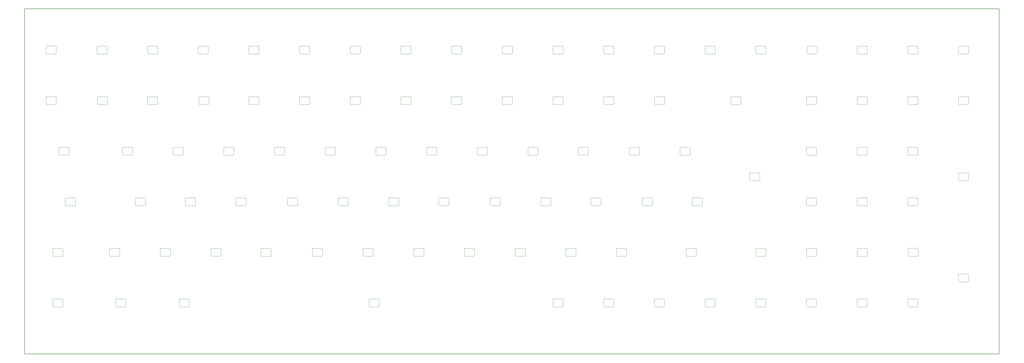
<source format=gbr>
%TF.GenerationSoftware,KiCad,Pcbnew,8.0.2*%
%TF.CreationDate,2025-01-30T16:21:06+01:00*%
%TF.ProjectId,zigzag,7a69677a-6167-42e6-9b69-6361645f7063,rev?*%
%TF.SameCoordinates,Original*%
%TF.FileFunction,Profile,NP*%
%FSLAX46Y46*%
G04 Gerber Fmt 4.6, Leading zero omitted, Abs format (unit mm)*
G04 Created by KiCad (PCBNEW 8.0.2) date 2025-01-30 16:21:06*
%MOMM*%
%LPD*%
G01*
G04 APERTURE LIST*
%TA.AperFunction,Profile*%
%ADD10C,0.200000*%
%TD*%
%TA.AperFunction,Profile*%
%ADD11C,0.120000*%
%TD*%
G04 APERTURE END LIST*
D10*
X56134000Y-32766000D02*
X422402000Y-32766000D01*
X422402000Y-162814000D01*
X56134000Y-162814000D01*
X56134000Y-32766000D01*
D11*
%TO.C,LED75*%
X330840000Y-49560000D02*
X330840000Y-46960000D01*
X331040000Y-46760000D02*
X334440000Y-46760000D01*
X334440000Y-49760000D02*
X331040000Y-49760000D01*
X334640000Y-46960000D02*
X334640000Y-49560000D01*
X330840000Y-46960000D02*
G75*
G02*
X331040000Y-46760000I200000J0D01*
G01*
X331040000Y-49760000D02*
G75*
G02*
X330840000Y-49560000I0J200000D01*
G01*
X334440000Y-46760000D02*
G75*
G02*
X334640000Y-46960000I-1J-200001D01*
G01*
X334640000Y-49560000D02*
G75*
G02*
X334440000Y-49760000I-200001J1D01*
G01*
%TO.C,LED55*%
X245242000Y-87660000D02*
X245242000Y-85060000D01*
X245442000Y-84860000D02*
X248842000Y-84860000D01*
X248842000Y-87860000D02*
X245442000Y-87860000D01*
X249042000Y-85060000D02*
X249042000Y-87660000D01*
X245242000Y-85060000D02*
G75*
G02*
X245442000Y-84860000I200000J0D01*
G01*
X245442000Y-87860000D02*
G75*
G02*
X245242000Y-87660000I0J200000D01*
G01*
X248842000Y-84860000D02*
G75*
G02*
X249042000Y-85060000I-1J-200001D01*
G01*
X249042000Y-87660000D02*
G75*
G02*
X248842000Y-87860000I-200001J1D01*
G01*
%TO.C,LED1*%
X64140000Y-49548000D02*
X64140000Y-46948000D01*
X64340000Y-46748000D02*
X67740000Y-46748000D01*
X67740000Y-49748000D02*
X64340000Y-49748000D01*
X67940000Y-46948000D02*
X67940000Y-49548000D01*
X64140000Y-46948000D02*
G75*
G02*
X64340000Y-46748000I200000J0D01*
G01*
X64340000Y-49748000D02*
G75*
G02*
X64140000Y-49548000I0J200000D01*
G01*
X67740000Y-46748000D02*
G75*
G02*
X67940000Y-46948000I-1J-200001D01*
G01*
X67940000Y-49548000D02*
G75*
G02*
X67740000Y-49748000I-200001J1D01*
G01*
%TO.C,LED7*%
X83309000Y-49572000D02*
X83309000Y-46972000D01*
X83509000Y-46772000D02*
X86909000Y-46772000D01*
X86909000Y-49772000D02*
X83509000Y-49772000D01*
X87109000Y-46972000D02*
X87109000Y-49572000D01*
X83309000Y-46972000D02*
G75*
G02*
X83509000Y-46772000I200000J0D01*
G01*
X83509000Y-49772000D02*
G75*
G02*
X83309000Y-49572000I0J200000D01*
G01*
X86909000Y-46772000D02*
G75*
G02*
X87109000Y-46972000I-1J-200001D01*
G01*
X87109000Y-49572000D02*
G75*
G02*
X86909000Y-49772000I-200001J1D01*
G01*
%TO.C,LED14*%
X97668000Y-106710000D02*
X97668000Y-104110000D01*
X97868000Y-103910000D02*
X101268000Y-103910000D01*
X101268000Y-106910000D02*
X97868000Y-106910000D01*
X101468000Y-104110000D02*
X101468000Y-106710000D01*
X97668000Y-104110000D02*
G75*
G02*
X97868000Y-103910000I200000J0D01*
G01*
X97868000Y-106910000D02*
G75*
G02*
X97668000Y-106710000I0J200000D01*
G01*
X101268000Y-103910000D02*
G75*
G02*
X101468000Y-104110000I-1J-200001D01*
G01*
X101468000Y-106710000D02*
G75*
G02*
X101268000Y-106910000I-200001J1D01*
G01*
%TO.C,LED15*%
X107066000Y-125760000D02*
X107066000Y-123160000D01*
X107266000Y-122960000D02*
X110666000Y-122960000D01*
X110666000Y-125960000D02*
X107266000Y-125960000D01*
X110866000Y-123160000D02*
X110866000Y-125760000D01*
X107066000Y-123160000D02*
G75*
G02*
X107266000Y-122960000I200000J0D01*
G01*
X107266000Y-125960000D02*
G75*
G02*
X107066000Y-125760000I0J200000D01*
G01*
X110666000Y-122960000D02*
G75*
G02*
X110866000Y-123160000I-1J-200001D01*
G01*
X110866000Y-125760000D02*
G75*
G02*
X110666000Y-125960000I-200001J1D01*
G01*
%TO.C,LED47*%
X221366000Y-125760000D02*
X221366000Y-123160000D01*
X221566000Y-122960000D02*
X224966000Y-122960000D01*
X224966000Y-125960000D02*
X221566000Y-125960000D01*
X225166000Y-123160000D02*
X225166000Y-125760000D01*
X221366000Y-123160000D02*
G75*
G02*
X221566000Y-122960000I200000J0D01*
G01*
X221566000Y-125960000D02*
G75*
G02*
X221366000Y-125760000I0J200000D01*
G01*
X224966000Y-122960000D02*
G75*
G02*
X225166000Y-123160000I-1J-200001D01*
G01*
X225166000Y-125760000D02*
G75*
G02*
X224966000Y-125960000I-200001J1D01*
G01*
%TO.C,LED50*%
X226192000Y-87660000D02*
X226192000Y-85060000D01*
X226392000Y-84860000D02*
X229792000Y-84860000D01*
X229792000Y-87860000D02*
X226392000Y-87860000D01*
X229992000Y-85060000D02*
X229992000Y-87660000D01*
X226192000Y-85060000D02*
G75*
G02*
X226392000Y-84860000I200000J0D01*
G01*
X226392000Y-87860000D02*
G75*
G02*
X226192000Y-87660000I0J200000D01*
G01*
X229792000Y-84860000D02*
G75*
G02*
X229992000Y-85060000I-1J-200001D01*
G01*
X229992000Y-87660000D02*
G75*
G02*
X229792000Y-87860000I-200001J1D01*
G01*
%TO.C,LED70*%
X311790000Y-49560000D02*
X311790000Y-46960000D01*
X311990000Y-46760000D02*
X315390000Y-46760000D01*
X315390000Y-49760000D02*
X311990000Y-49760000D01*
X315590000Y-46960000D02*
X315590000Y-49560000D01*
X311790000Y-46960000D02*
G75*
G02*
X311990000Y-46760000I200000J0D01*
G01*
X311990000Y-49760000D02*
G75*
G02*
X311790000Y-49560000I0J200000D01*
G01*
X315390000Y-46760000D02*
G75*
G02*
X315590000Y-46960000I-1J-200001D01*
G01*
X315590000Y-49560000D02*
G75*
G02*
X315390000Y-49760000I-200001J1D01*
G01*
%TO.C,LED42*%
X202316000Y-125760000D02*
X202316000Y-123160000D01*
X202516000Y-122960000D02*
X205916000Y-122960000D01*
X205916000Y-125960000D02*
X202516000Y-125960000D01*
X206116000Y-123160000D02*
X206116000Y-125760000D01*
X202316000Y-123160000D02*
G75*
G02*
X202516000Y-122960000I200000J0D01*
G01*
X202516000Y-125960000D02*
G75*
G02*
X202316000Y-125760000I0J200000D01*
G01*
X205916000Y-122960000D02*
G75*
G02*
X206116000Y-123160000I-1J-200001D01*
G01*
X206116000Y-125760000D02*
G75*
G02*
X205916000Y-125960000I-200001J1D01*
G01*
%TO.C,LED69*%
X292740000Y-144810000D02*
X292740000Y-142210000D01*
X292940000Y-142010000D02*
X296340000Y-142010000D01*
X296340000Y-145010000D02*
X292940000Y-145010000D01*
X296540000Y-142210000D02*
X296540000Y-144810000D01*
X292740000Y-142210000D02*
G75*
G02*
X292940000Y-142010000I200000J0D01*
G01*
X292940000Y-145010000D02*
G75*
G02*
X292740000Y-144810000I0J200000D01*
G01*
X296340000Y-142010000D02*
G75*
G02*
X296540000Y-142210000I-1J-200001D01*
G01*
X296540000Y-144810000D02*
G75*
G02*
X296340000Y-145010000I-200001J1D01*
G01*
%TO.C,LED44*%
X216540000Y-68610000D02*
X216540000Y-66010000D01*
X216740000Y-65810000D02*
X220140000Y-65810000D01*
X220140000Y-68810000D02*
X216740000Y-68810000D01*
X220340000Y-66010000D02*
X220340000Y-68610000D01*
X216540000Y-66010000D02*
G75*
G02*
X216740000Y-65810000I200000J0D01*
G01*
X216740000Y-68810000D02*
G75*
G02*
X216540000Y-68610000I0J200000D01*
G01*
X220140000Y-65810000D02*
G75*
G02*
X220340000Y-66010000I-1J-200001D01*
G01*
X220340000Y-68610000D02*
G75*
G02*
X220140000Y-68810000I-200001J1D01*
G01*
%TO.C,LED56*%
X250068000Y-106710000D02*
X250068000Y-104110000D01*
X250268000Y-103910000D02*
X253668000Y-103910000D01*
X253668000Y-106910000D02*
X250268000Y-106910000D01*
X253868000Y-104110000D02*
X253868000Y-106710000D01*
X250068000Y-104110000D02*
G75*
G02*
X250268000Y-103910000I200000J0D01*
G01*
X250268000Y-106910000D02*
G75*
G02*
X250068000Y-106710000I0J200000D01*
G01*
X253668000Y-103910000D02*
G75*
G02*
X253868000Y-104110000I-1J-200001D01*
G01*
X253868000Y-106710000D02*
G75*
G02*
X253668000Y-106910000I-200001J1D01*
G01*
%TO.C,LED87*%
X368940000Y-68610000D02*
X368940000Y-66010000D01*
X369140000Y-65810000D02*
X372540000Y-65810000D01*
X372540000Y-68810000D02*
X369140000Y-68810000D01*
X372740000Y-66010000D02*
X372740000Y-68610000D01*
X368940000Y-66010000D02*
G75*
G02*
X369140000Y-65810000I200000J0D01*
G01*
X369140000Y-68810000D02*
G75*
G02*
X368940000Y-68610000I0J200000D01*
G01*
X372540000Y-65810000D02*
G75*
G02*
X372740000Y-66010000I-1J-200001D01*
G01*
X372740000Y-68610000D02*
G75*
G02*
X372540000Y-68810000I-200001J1D01*
G01*
%TO.C,LED39*%
X197490000Y-68610000D02*
X197490000Y-66010000D01*
X197690000Y-65810000D02*
X201090000Y-65810000D01*
X201090000Y-68810000D02*
X197690000Y-68810000D01*
X201290000Y-66010000D02*
X201290000Y-68610000D01*
X197490000Y-66010000D02*
G75*
G02*
X197690000Y-65810000I200000J0D01*
G01*
X197690000Y-68810000D02*
G75*
G02*
X197490000Y-68610000I0J200000D01*
G01*
X201090000Y-65810000D02*
G75*
G02*
X201290000Y-66010000I-1J-200001D01*
G01*
X201290000Y-68610000D02*
G75*
G02*
X201090000Y-68810000I-200001J1D01*
G01*
%TO.C,LED29*%
X149992000Y-87660000D02*
X149992000Y-85060000D01*
X150192000Y-84860000D02*
X153592000Y-84860000D01*
X153592000Y-87860000D02*
X150192000Y-87860000D01*
X153792000Y-85060000D02*
X153792000Y-87660000D01*
X149992000Y-85060000D02*
G75*
G02*
X150192000Y-84860000I200000J0D01*
G01*
X150192000Y-87860000D02*
G75*
G02*
X149992000Y-87660000I0J200000D01*
G01*
X153592000Y-84860000D02*
G75*
G02*
X153792000Y-85060000I-1J-200001D01*
G01*
X153792000Y-87660000D02*
G75*
G02*
X153592000Y-87860000I-200001J1D01*
G01*
%TO.C,LED72*%
X306964000Y-106710000D02*
X306964000Y-104110000D01*
X307164000Y-103910000D02*
X310564000Y-103910000D01*
X310564000Y-106910000D02*
X307164000Y-106910000D01*
X310764000Y-104110000D02*
X310764000Y-106710000D01*
X306964000Y-104110000D02*
G75*
G02*
X307164000Y-103910000I200000J0D01*
G01*
X307164000Y-106910000D02*
G75*
G02*
X306964000Y-106710000I0J200000D01*
G01*
X310564000Y-103910000D02*
G75*
G02*
X310764000Y-104110000I-1J-200001D01*
G01*
X310764000Y-106710000D02*
G75*
G02*
X310564000Y-106910000I-200001J1D01*
G01*
%TO.C,LED21*%
X114178000Y-144810000D02*
X114178000Y-142210000D01*
X114378000Y-142010000D02*
X117778000Y-142010000D01*
X117778000Y-145010000D02*
X114378000Y-145010000D01*
X117978000Y-142210000D02*
X117978000Y-144810000D01*
X114178000Y-142210000D02*
G75*
G02*
X114378000Y-142010000I200000J0D01*
G01*
X114378000Y-145010000D02*
G75*
G02*
X114178000Y-144810000I0J200000D01*
G01*
X117778000Y-142010000D02*
G75*
G02*
X117978000Y-142210000I-1J-200001D01*
G01*
X117978000Y-144810000D02*
G75*
G02*
X117778000Y-145010000I-200001J1D01*
G01*
%TO.C,LED85*%
X349890000Y-144810000D02*
X349890000Y-142210000D01*
X350090000Y-142010000D02*
X353490000Y-142010000D01*
X353490000Y-145010000D02*
X350090000Y-145010000D01*
X353690000Y-142210000D02*
X353690000Y-144810000D01*
X349890000Y-142210000D02*
G75*
G02*
X350090000Y-142010000I200000J0D01*
G01*
X350090000Y-145010000D02*
G75*
G02*
X349890000Y-144810000I0J200000D01*
G01*
X353490000Y-142010000D02*
G75*
G02*
X353690000Y-142210000I-1J-200001D01*
G01*
X353690000Y-144810000D02*
G75*
G02*
X353490000Y-145010000I-200001J1D01*
G01*
%TO.C,LED16*%
X121290000Y-49560000D02*
X121290000Y-46960000D01*
X121490000Y-46760000D02*
X124890000Y-46760000D01*
X124890000Y-49760000D02*
X121490000Y-49760000D01*
X125090000Y-46960000D02*
X125090000Y-49560000D01*
X121290000Y-46960000D02*
G75*
G02*
X121490000Y-46760000I200000J0D01*
G01*
X121490000Y-49760000D02*
G75*
G02*
X121290000Y-49560000I0J200000D01*
G01*
X124890000Y-46760000D02*
G75*
G02*
X125090000Y-46960000I-1J-200001D01*
G01*
X125090000Y-49560000D02*
G75*
G02*
X124890000Y-49760000I-200001J1D01*
G01*
%TO.C,LED30*%
X154818000Y-106710000D02*
X154818000Y-104110000D01*
X155018000Y-103910000D02*
X158418000Y-103910000D01*
X158418000Y-106910000D02*
X155018000Y-106910000D01*
X158618000Y-104110000D02*
X158618000Y-106710000D01*
X154818000Y-104110000D02*
G75*
G02*
X155018000Y-103910000I200000J0D01*
G01*
X155018000Y-106910000D02*
G75*
G02*
X154818000Y-106710000I0J200000D01*
G01*
X158418000Y-103910000D02*
G75*
G02*
X158618000Y-104110000I-1J-200001D01*
G01*
X158618000Y-106710000D02*
G75*
G02*
X158418000Y-106910000I-200001J1D01*
G01*
%TO.C,LED74*%
X311790000Y-144810000D02*
X311790000Y-142210000D01*
X311990000Y-142010000D02*
X315390000Y-142010000D01*
X315390000Y-145010000D02*
X311990000Y-145010000D01*
X315590000Y-142210000D02*
X315590000Y-144810000D01*
X311790000Y-142210000D02*
G75*
G02*
X311990000Y-142010000I200000J0D01*
G01*
X311990000Y-145010000D02*
G75*
G02*
X311790000Y-144810000I0J200000D01*
G01*
X315390000Y-142010000D02*
G75*
G02*
X315590000Y-142210000I-1J-200001D01*
G01*
X315590000Y-144810000D02*
G75*
G02*
X315390000Y-145010000I-200001J1D01*
G01*
%TO.C,LED24*%
X130942000Y-87660000D02*
X130942000Y-85060000D01*
X131142000Y-84860000D02*
X134542000Y-84860000D01*
X134542000Y-87860000D02*
X131142000Y-87860000D01*
X134742000Y-85060000D02*
X134742000Y-87660000D01*
X130942000Y-85060000D02*
G75*
G02*
X131142000Y-84860000I200000J0D01*
G01*
X131142000Y-87860000D02*
G75*
G02*
X130942000Y-87660000I0J200000D01*
G01*
X134542000Y-84860000D02*
G75*
G02*
X134742000Y-85060000I-1J-200001D01*
G01*
X134742000Y-87660000D02*
G75*
G02*
X134542000Y-87860000I-200001J1D01*
G01*
%TO.C,LED80*%
X350144000Y-49560000D02*
X350144000Y-46960000D01*
X350344000Y-46760000D02*
X353744000Y-46760000D01*
X353744000Y-49760000D02*
X350344000Y-49760000D01*
X353944000Y-46960000D02*
X353944000Y-49560000D01*
X350144000Y-46960000D02*
G75*
G02*
X350344000Y-46760000I200000J0D01*
G01*
X350344000Y-49760000D02*
G75*
G02*
X350144000Y-49560000I0J200000D01*
G01*
X353744000Y-46760000D02*
G75*
G02*
X353944000Y-46960000I-1J-200001D01*
G01*
X353944000Y-49560000D02*
G75*
G02*
X353744000Y-49760000I-200001J1D01*
G01*
%TO.C,LED3*%
X68966000Y-87672000D02*
X68966000Y-85072000D01*
X69166000Y-84872000D02*
X72566000Y-84872000D01*
X72566000Y-87872000D02*
X69166000Y-87872000D01*
X72766000Y-85072000D02*
X72766000Y-87672000D01*
X68966000Y-85072000D02*
G75*
G02*
X69166000Y-84872000I200000J0D01*
G01*
X69166000Y-87872000D02*
G75*
G02*
X68966000Y-87672000I0J200000D01*
G01*
X72566000Y-84872000D02*
G75*
G02*
X72766000Y-85072000I-1J-200001D01*
G01*
X72766000Y-87672000D02*
G75*
G02*
X72566000Y-87872000I-200001J1D01*
G01*
%TO.C,LED19*%
X116464000Y-106710000D02*
X116464000Y-104110000D01*
X116664000Y-103910000D02*
X120064000Y-103910000D01*
X120064000Y-106910000D02*
X116664000Y-106910000D01*
X120264000Y-104110000D02*
X120264000Y-106710000D01*
X116464000Y-104110000D02*
G75*
G02*
X116664000Y-103910000I200000J0D01*
G01*
X116664000Y-106910000D02*
G75*
G02*
X116464000Y-106710000I0J200000D01*
G01*
X120064000Y-103910000D02*
G75*
G02*
X120264000Y-104110000I-1J-200001D01*
G01*
X120264000Y-106710000D02*
G75*
G02*
X120064000Y-106910000I-200001J1D01*
G01*
%TO.C,LED84*%
X349890000Y-125760000D02*
X349890000Y-123160000D01*
X350090000Y-122960000D02*
X353490000Y-122960000D01*
X353490000Y-125960000D02*
X350090000Y-125960000D01*
X353690000Y-123160000D02*
X353690000Y-125760000D01*
X349890000Y-123160000D02*
G75*
G02*
X350090000Y-122960000I200000J0D01*
G01*
X350090000Y-125960000D02*
G75*
G02*
X349890000Y-125760000I0J200000D01*
G01*
X353490000Y-122960000D02*
G75*
G02*
X353690000Y-123160000I-1J-200001D01*
G01*
X353690000Y-125760000D02*
G75*
G02*
X353490000Y-125960000I-200001J1D01*
G01*
%TO.C,LED53*%
X254640000Y-49560000D02*
X254640000Y-46960000D01*
X254840000Y-46760000D02*
X258240000Y-46760000D01*
X258240000Y-49760000D02*
X254840000Y-49760000D01*
X258440000Y-46960000D02*
X258440000Y-49560000D01*
X254640000Y-46960000D02*
G75*
G02*
X254840000Y-46760000I200000J0D01*
G01*
X254840000Y-49760000D02*
G75*
G02*
X254640000Y-49560000I0J200000D01*
G01*
X258240000Y-46760000D02*
G75*
G02*
X258440000Y-46960000I-1J-200001D01*
G01*
X258440000Y-49560000D02*
G75*
G02*
X258240000Y-49760000I-200001J1D01*
G01*
%TO.C,LED23*%
X140340000Y-68610000D02*
X140340000Y-66010000D01*
X140540000Y-65810000D02*
X143940000Y-65810000D01*
X143940000Y-68810000D02*
X140540000Y-68810000D01*
X144140000Y-66010000D02*
X144140000Y-68610000D01*
X140340000Y-66010000D02*
G75*
G02*
X140540000Y-65810000I200000J0D01*
G01*
X140540000Y-68810000D02*
G75*
G02*
X140340000Y-68610000I0J200000D01*
G01*
X143940000Y-65810000D02*
G75*
G02*
X144140000Y-66010000I-1J-200001D01*
G01*
X144140000Y-68610000D02*
G75*
G02*
X143940000Y-68810000I-200001J1D01*
G01*
%TO.C,LED73*%
X304678000Y-125760000D02*
X304678000Y-123160000D01*
X304878000Y-122960000D02*
X308278000Y-122960000D01*
X308278000Y-125960000D02*
X304878000Y-125960000D01*
X308478000Y-123160000D02*
X308478000Y-125760000D01*
X304678000Y-123160000D02*
G75*
G02*
X304878000Y-122960000I200000J0D01*
G01*
X304878000Y-125960000D02*
G75*
G02*
X304678000Y-125760000I0J200000D01*
G01*
X308278000Y-122960000D02*
G75*
G02*
X308478000Y-123160000I-1J-200001D01*
G01*
X308478000Y-125760000D02*
G75*
G02*
X308278000Y-125960000I-200001J1D01*
G01*
%TO.C,LED51*%
X231018000Y-106710000D02*
X231018000Y-104110000D01*
X231218000Y-103910000D02*
X234618000Y-103910000D01*
X234618000Y-106910000D02*
X231218000Y-106910000D01*
X234818000Y-104110000D02*
X234818000Y-106710000D01*
X231018000Y-104110000D02*
G75*
G02*
X231218000Y-103910000I200000J0D01*
G01*
X231218000Y-106910000D02*
G75*
G02*
X231018000Y-106710000I0J200000D01*
G01*
X234618000Y-103910000D02*
G75*
G02*
X234818000Y-104110000I-1J-200001D01*
G01*
X234818000Y-106710000D02*
G75*
G02*
X234618000Y-106910000I-200001J1D01*
G01*
%TO.C,LED34*%
X169042000Y-87660000D02*
X169042000Y-85060000D01*
X169242000Y-84860000D02*
X172642000Y-84860000D01*
X172642000Y-87860000D02*
X169242000Y-87860000D01*
X172842000Y-85060000D02*
X172842000Y-87660000D01*
X169042000Y-85060000D02*
G75*
G02*
X169242000Y-84860000I200000J0D01*
G01*
X169242000Y-87860000D02*
G75*
G02*
X169042000Y-87660000I0J200000D01*
G01*
X172642000Y-84860000D02*
G75*
G02*
X172842000Y-85060000I-1J-200001D01*
G01*
X172842000Y-87660000D02*
G75*
G02*
X172642000Y-87860000I-200001J1D01*
G01*
%TO.C,LED95*%
X387990000Y-106710000D02*
X387990000Y-104110000D01*
X388190000Y-103910000D02*
X391590000Y-103910000D01*
X391590000Y-106910000D02*
X388190000Y-106910000D01*
X391790000Y-104110000D02*
X391790000Y-106710000D01*
X387990000Y-104110000D02*
G75*
G02*
X388190000Y-103910000I200000J0D01*
G01*
X388190000Y-106910000D02*
G75*
G02*
X387990000Y-106710000I0J200000D01*
G01*
X391590000Y-103910000D02*
G75*
G02*
X391790000Y-104110000I-1J-200001D01*
G01*
X391790000Y-106710000D02*
G75*
G02*
X391590000Y-106910000I-200001J1D01*
G01*
%TO.C,LED37*%
X185552000Y-144810000D02*
X185552000Y-142210000D01*
X185752000Y-142010000D02*
X189152000Y-142010000D01*
X189152000Y-145010000D02*
X185752000Y-145010000D01*
X189352000Y-142210000D02*
X189352000Y-144810000D01*
X185552000Y-142210000D02*
G75*
G02*
X185752000Y-142010000I200000J0D01*
G01*
X185752000Y-145010000D02*
G75*
G02*
X185552000Y-144810000I0J200000D01*
G01*
X189152000Y-142010000D02*
G75*
G02*
X189352000Y-142210000I-1J-200001D01*
G01*
X189352000Y-144810000D02*
G75*
G02*
X189152000Y-145010000I-200001J1D01*
G01*
%TO.C,LED57*%
X259466000Y-125760000D02*
X259466000Y-123160000D01*
X259666000Y-122960000D02*
X263066000Y-122960000D01*
X263066000Y-125960000D02*
X259666000Y-125960000D01*
X263266000Y-123160000D02*
X263266000Y-125760000D01*
X259466000Y-123160000D02*
G75*
G02*
X259666000Y-122960000I200000J0D01*
G01*
X259666000Y-125960000D02*
G75*
G02*
X259466000Y-125760000I0J200000D01*
G01*
X263066000Y-122960000D02*
G75*
G02*
X263266000Y-123160000I-1J-200001D01*
G01*
X263266000Y-125760000D02*
G75*
G02*
X263066000Y-125960000I-200001J1D01*
G01*
%TO.C,LED78*%
X330840000Y-125760000D02*
X330840000Y-123160000D01*
X331040000Y-122960000D02*
X334440000Y-122960000D01*
X334440000Y-125960000D02*
X331040000Y-125960000D01*
X334640000Y-123160000D02*
X334640000Y-125760000D01*
X330840000Y-123160000D02*
G75*
G02*
X331040000Y-122960000I200000J0D01*
G01*
X331040000Y-125960000D02*
G75*
G02*
X330840000Y-125760000I0J200000D01*
G01*
X334440000Y-122960000D02*
G75*
G02*
X334640000Y-123160000I-1J-200001D01*
G01*
X334640000Y-125760000D02*
G75*
G02*
X334440000Y-125960000I-200001J1D01*
G01*
%TO.C,LED4*%
X71371000Y-106722000D02*
X71371000Y-104122000D01*
X71571000Y-103922000D02*
X74971000Y-103922000D01*
X74971000Y-106922000D02*
X71571000Y-106922000D01*
X75171000Y-104122000D02*
X75171000Y-106722000D01*
X71371000Y-104122000D02*
G75*
G02*
X71571000Y-103922000I200000J0D01*
G01*
X71571000Y-106922000D02*
G75*
G02*
X71371000Y-106722000I0J200000D01*
G01*
X74971000Y-103922000D02*
G75*
G02*
X75171000Y-104122000I-1J-200001D01*
G01*
X75171000Y-106722000D02*
G75*
G02*
X74971000Y-106922000I-200001J1D01*
G01*
%TO.C,LED97*%
X387990000Y-144810000D02*
X387990000Y-142210000D01*
X388190000Y-142010000D02*
X391590000Y-142010000D01*
X391590000Y-145010000D02*
X388190000Y-145010000D01*
X391790000Y-142210000D02*
X391790000Y-144810000D01*
X387990000Y-142210000D02*
G75*
G02*
X388190000Y-142010000I200000J0D01*
G01*
X388190000Y-145010000D02*
G75*
G02*
X387990000Y-144810000I0J200000D01*
G01*
X391590000Y-142010000D02*
G75*
G02*
X391790000Y-142210000I-1J-200001D01*
G01*
X391790000Y-144810000D02*
G75*
G02*
X391590000Y-145010000I-200001J1D01*
G01*
%TO.C,LED41*%
X192918000Y-106710000D02*
X192918000Y-104110000D01*
X193118000Y-103910000D02*
X196518000Y-103910000D01*
X196518000Y-106910000D02*
X193118000Y-106910000D01*
X196718000Y-104110000D02*
X196718000Y-106710000D01*
X192918000Y-104110000D02*
G75*
G02*
X193118000Y-103910000I200000J0D01*
G01*
X193118000Y-106910000D02*
G75*
G02*
X192918000Y-106710000I0J200000D01*
G01*
X196518000Y-103910000D02*
G75*
G02*
X196718000Y-104110000I-1J-200001D01*
G01*
X196718000Y-106710000D02*
G75*
G02*
X196518000Y-106910000I-200001J1D01*
G01*
%TO.C,LED31*%
X164216000Y-125760000D02*
X164216000Y-123160000D01*
X164416000Y-122960000D02*
X167816000Y-122960000D01*
X167816000Y-125960000D02*
X164416000Y-125960000D01*
X168016000Y-123160000D02*
X168016000Y-125760000D01*
X164216000Y-123160000D02*
G75*
G02*
X164416000Y-122960000I200000J0D01*
G01*
X164416000Y-125960000D02*
G75*
G02*
X164216000Y-125760000I0J200000D01*
G01*
X167816000Y-122960000D02*
G75*
G02*
X168016000Y-123160000I-1J-200001D01*
G01*
X168016000Y-125760000D02*
G75*
G02*
X167816000Y-125960000I-200001J1D01*
G01*
%TO.C,LED11*%
X102359000Y-49572000D02*
X102359000Y-46972000D01*
X102559000Y-46772000D02*
X105959000Y-46772000D01*
X105959000Y-49772000D02*
X102559000Y-49772000D01*
X106159000Y-46972000D02*
X106159000Y-49572000D01*
X102359000Y-46972000D02*
G75*
G02*
X102559000Y-46772000I200000J0D01*
G01*
X102559000Y-49772000D02*
G75*
G02*
X102359000Y-49572000I0J200000D01*
G01*
X105959000Y-46772000D02*
G75*
G02*
X106159000Y-46972000I-1J-200001D01*
G01*
X106159000Y-49572000D02*
G75*
G02*
X105959000Y-49772000I-200001J1D01*
G01*
%TO.C,LED82*%
X349890000Y-87660000D02*
X349890000Y-85060000D01*
X350090000Y-84860000D02*
X353490000Y-84860000D01*
X353490000Y-87860000D02*
X350090000Y-87860000D01*
X353690000Y-85060000D02*
X353690000Y-87660000D01*
X349890000Y-85060000D02*
G75*
G02*
X350090000Y-84860000I200000J0D01*
G01*
X350090000Y-87860000D02*
G75*
G02*
X349890000Y-87660000I0J200000D01*
G01*
X353490000Y-84860000D02*
G75*
G02*
X353690000Y-85060000I-1J-200001D01*
G01*
X353690000Y-87660000D02*
G75*
G02*
X353490000Y-87860000I-200001J1D01*
G01*
%TO.C,LED100*%
X407040000Y-97312000D02*
X407040000Y-94712000D01*
X407240000Y-94512000D02*
X410640000Y-94512000D01*
X410640000Y-97512000D02*
X407240000Y-97512000D01*
X410840000Y-94712000D02*
X410840000Y-97312000D01*
X407040000Y-94712000D02*
G75*
G02*
X407240000Y-94512000I200000J0D01*
G01*
X407240000Y-97512000D02*
G75*
G02*
X407040000Y-97312000I0J200000D01*
G01*
X410640000Y-94512000D02*
G75*
G02*
X410840000Y-94712000I-1J-200001D01*
G01*
X410840000Y-97312000D02*
G75*
G02*
X410640000Y-97512000I-200001J1D01*
G01*
%TO.C,LED71*%
X302392000Y-87660000D02*
X302392000Y-85060000D01*
X302592000Y-84860000D02*
X305992000Y-84860000D01*
X305992000Y-87860000D02*
X302592000Y-87860000D01*
X306192000Y-85060000D02*
X306192000Y-87660000D01*
X302392000Y-85060000D02*
G75*
G02*
X302592000Y-84860000I200000J0D01*
G01*
X302592000Y-87860000D02*
G75*
G02*
X302392000Y-87660000I0J200000D01*
G01*
X305992000Y-84860000D02*
G75*
G02*
X306192000Y-85060000I-1J-200001D01*
G01*
X306192000Y-87660000D02*
G75*
G02*
X305992000Y-87860000I-200001J1D01*
G01*
%TO.C,LED86*%
X368940000Y-49560000D02*
X368940000Y-46960000D01*
X369140000Y-46760000D02*
X372540000Y-46760000D01*
X372540000Y-49760000D02*
X369140000Y-49760000D01*
X372740000Y-46960000D02*
X372740000Y-49560000D01*
X368940000Y-46960000D02*
G75*
G02*
X369140000Y-46760000I200000J0D01*
G01*
X369140000Y-49760000D02*
G75*
G02*
X368940000Y-49560000I0J200000D01*
G01*
X372540000Y-46760000D02*
G75*
G02*
X372740000Y-46960000I-1J-200001D01*
G01*
X372740000Y-49560000D02*
G75*
G02*
X372540000Y-49760000I-200001J1D01*
G01*
%TO.C,LED54*%
X254640000Y-68610000D02*
X254640000Y-66010000D01*
X254840000Y-65810000D02*
X258240000Y-65810000D01*
X258240000Y-68810000D02*
X254840000Y-68810000D01*
X258440000Y-66010000D02*
X258440000Y-68610000D01*
X254640000Y-66010000D02*
G75*
G02*
X254840000Y-65810000I200000J0D01*
G01*
X254840000Y-68810000D02*
G75*
G02*
X254640000Y-68610000I0J200000D01*
G01*
X258240000Y-65810000D02*
G75*
G02*
X258440000Y-66010000I-1J-200001D01*
G01*
X258440000Y-68610000D02*
G75*
G02*
X258240000Y-68810000I-200001J1D01*
G01*
%TO.C,LED99*%
X407040000Y-68610000D02*
X407040000Y-66010000D01*
X407240000Y-65810000D02*
X410640000Y-65810000D01*
X410640000Y-68810000D02*
X407240000Y-68810000D01*
X410840000Y-66010000D02*
X410840000Y-68610000D01*
X407040000Y-66010000D02*
G75*
G02*
X407240000Y-65810000I200000J0D01*
G01*
X407240000Y-68810000D02*
G75*
G02*
X407040000Y-68610000I0J200000D01*
G01*
X410640000Y-65810000D02*
G75*
G02*
X410840000Y-66010000I-1J-200001D01*
G01*
X410840000Y-68610000D02*
G75*
G02*
X410640000Y-68810000I-200001J1D01*
G01*
%TO.C,LED17*%
X121544000Y-68610000D02*
X121544000Y-66010000D01*
X121744000Y-65810000D02*
X125144000Y-65810000D01*
X125144000Y-68810000D02*
X121744000Y-68810000D01*
X125344000Y-66010000D02*
X125344000Y-68610000D01*
X121544000Y-66010000D02*
G75*
G02*
X121744000Y-65810000I200000J0D01*
G01*
X121744000Y-68810000D02*
G75*
G02*
X121544000Y-68610000I0J200000D01*
G01*
X125144000Y-65810000D02*
G75*
G02*
X125344000Y-66010000I-1J-200001D01*
G01*
X125344000Y-68610000D02*
G75*
G02*
X125144000Y-68810000I-200001J1D01*
G01*
%TO.C,LED18*%
X111892000Y-87660000D02*
X111892000Y-85060000D01*
X112092000Y-84860000D02*
X115492000Y-84860000D01*
X115492000Y-87860000D02*
X112092000Y-87860000D01*
X115692000Y-85060000D02*
X115692000Y-87660000D01*
X111892000Y-85060000D02*
G75*
G02*
X112092000Y-84860000I200000J0D01*
G01*
X112092000Y-87860000D02*
G75*
G02*
X111892000Y-87660000I0J200000D01*
G01*
X115492000Y-84860000D02*
G75*
G02*
X115692000Y-85060000I-1J-200001D01*
G01*
X115692000Y-87660000D02*
G75*
G02*
X115492000Y-87860000I-200001J1D01*
G01*
%TO.C,LED92*%
X387990000Y-49560000D02*
X387990000Y-46960000D01*
X388190000Y-46760000D02*
X391590000Y-46760000D01*
X391590000Y-49760000D02*
X388190000Y-49760000D01*
X391790000Y-46960000D02*
X391790000Y-49560000D01*
X387990000Y-46960000D02*
G75*
G02*
X388190000Y-46760000I200000J0D01*
G01*
X388190000Y-49760000D02*
G75*
G02*
X387990000Y-49560000I0J200000D01*
G01*
X391590000Y-46760000D02*
G75*
G02*
X391790000Y-46960000I-1J-200001D01*
G01*
X391790000Y-49560000D02*
G75*
G02*
X391590000Y-49760000I-200001J1D01*
G01*
%TO.C,LED49*%
X235590000Y-68610000D02*
X235590000Y-66010000D01*
X235790000Y-65810000D02*
X239190000Y-65810000D01*
X239190000Y-68810000D02*
X235790000Y-68810000D01*
X239390000Y-66010000D02*
X239390000Y-68610000D01*
X235590000Y-66010000D02*
G75*
G02*
X235790000Y-65810000I200000J0D01*
G01*
X235790000Y-68810000D02*
G75*
G02*
X235590000Y-68610000I0J200000D01*
G01*
X239190000Y-65810000D02*
G75*
G02*
X239390000Y-66010000I-1J-200001D01*
G01*
X239390000Y-68610000D02*
G75*
G02*
X239190000Y-68810000I-200001J1D01*
G01*
%TO.C,LED91*%
X368940000Y-144810000D02*
X368940000Y-142210000D01*
X369140000Y-142010000D02*
X372540000Y-142010000D01*
X372540000Y-145010000D02*
X369140000Y-145010000D01*
X372740000Y-142210000D02*
X372740000Y-144810000D01*
X368940000Y-142210000D02*
G75*
G02*
X369140000Y-142010000I200000J0D01*
G01*
X369140000Y-145010000D02*
G75*
G02*
X368940000Y-144810000I0J200000D01*
G01*
X372540000Y-142010000D02*
G75*
G02*
X372740000Y-142210000I-1J-200001D01*
G01*
X372740000Y-144810000D02*
G75*
G02*
X372540000Y-145010000I-200001J1D01*
G01*
%TO.C,LED25*%
X135514000Y-106710000D02*
X135514000Y-104110000D01*
X135714000Y-103910000D02*
X139114000Y-103910000D01*
X139114000Y-106910000D02*
X135714000Y-106910000D01*
X139314000Y-104110000D02*
X139314000Y-106710000D01*
X135514000Y-104110000D02*
G75*
G02*
X135714000Y-103910000I200000J0D01*
G01*
X135714000Y-106910000D02*
G75*
G02*
X135514000Y-106710000I0J200000D01*
G01*
X139114000Y-103910000D02*
G75*
G02*
X139314000Y-104110000I-1J-200001D01*
G01*
X139314000Y-106710000D02*
G75*
G02*
X139114000Y-106910000I-200001J1D01*
G01*
%TO.C,LED88*%
X368940000Y-87660000D02*
X368940000Y-85060000D01*
X369140000Y-84860000D02*
X372540000Y-84860000D01*
X372540000Y-87860000D02*
X369140000Y-87860000D01*
X372740000Y-85060000D02*
X372740000Y-87660000D01*
X368940000Y-85060000D02*
G75*
G02*
X369140000Y-84860000I200000J0D01*
G01*
X369140000Y-87860000D02*
G75*
G02*
X368940000Y-87660000I0J200000D01*
G01*
X372540000Y-84860000D02*
G75*
G02*
X372740000Y-85060000I-1J-200001D01*
G01*
X372740000Y-87660000D02*
G75*
G02*
X372540000Y-87860000I-200001J1D01*
G01*
%TO.C,LED60*%
X273690000Y-68610000D02*
X273690000Y-66010000D01*
X273890000Y-65810000D02*
X277290000Y-65810000D01*
X277290000Y-68810000D02*
X273890000Y-68810000D01*
X277490000Y-66010000D02*
X277490000Y-68610000D01*
X273690000Y-66010000D02*
G75*
G02*
X273890000Y-65810000I200000J0D01*
G01*
X273890000Y-68810000D02*
G75*
G02*
X273690000Y-68610000I0J200000D01*
G01*
X277290000Y-65810000D02*
G75*
G02*
X277490000Y-66010000I-1J-200001D01*
G01*
X277490000Y-68610000D02*
G75*
G02*
X277290000Y-68810000I-200001J1D01*
G01*
%TO.C,LED40*%
X188092000Y-87660000D02*
X188092000Y-85060000D01*
X188292000Y-84860000D02*
X191692000Y-84860000D01*
X191692000Y-87860000D02*
X188292000Y-87860000D01*
X191892000Y-85060000D02*
X191892000Y-87660000D01*
X188092000Y-85060000D02*
G75*
G02*
X188292000Y-84860000I200000J0D01*
G01*
X188292000Y-87860000D02*
G75*
G02*
X188092000Y-87660000I0J200000D01*
G01*
X191692000Y-84860000D02*
G75*
G02*
X191892000Y-85060000I-1J-200001D01*
G01*
X191892000Y-87660000D02*
G75*
G02*
X191692000Y-87860000I-200001J1D01*
G01*
%TO.C,LED27*%
X159390000Y-49560000D02*
X159390000Y-46960000D01*
X159590000Y-46760000D02*
X162990000Y-46760000D01*
X162990000Y-49760000D02*
X159590000Y-49760000D01*
X163190000Y-46960000D02*
X163190000Y-49560000D01*
X159390000Y-46960000D02*
G75*
G02*
X159590000Y-46760000I200000J0D01*
G01*
X159590000Y-49760000D02*
G75*
G02*
X159390000Y-49560000I0J200000D01*
G01*
X162990000Y-46760000D02*
G75*
G02*
X163190000Y-46960000I-1J-200001D01*
G01*
X163190000Y-49560000D02*
G75*
G02*
X162990000Y-49760000I-200001J1D01*
G01*
%TO.C,LED2*%
X64140000Y-68622000D02*
X64140000Y-66022000D01*
X64340000Y-65822000D02*
X67740000Y-65822000D01*
X67740000Y-68822000D02*
X64340000Y-68822000D01*
X67940000Y-66022000D02*
X67940000Y-68622000D01*
X64140000Y-66022000D02*
G75*
G02*
X64340000Y-65822000I200000J0D01*
G01*
X64340000Y-68822000D02*
G75*
G02*
X64140000Y-68622000I0J200000D01*
G01*
X67740000Y-65822000D02*
G75*
G02*
X67940000Y-66022000I-1J-200001D01*
G01*
X67940000Y-68622000D02*
G75*
G02*
X67740000Y-68822000I-200001J1D01*
G01*
%TO.C,LED81*%
X349890000Y-68610000D02*
X349890000Y-66010000D01*
X350090000Y-65810000D02*
X353490000Y-65810000D01*
X353490000Y-68810000D02*
X350090000Y-68810000D01*
X353690000Y-66010000D02*
X353690000Y-68610000D01*
X349890000Y-66010000D02*
G75*
G02*
X350090000Y-65810000I200000J0D01*
G01*
X350090000Y-68810000D02*
G75*
G02*
X349890000Y-68610000I0J200000D01*
G01*
X353490000Y-65810000D02*
G75*
G02*
X353690000Y-66010000I-1J-200001D01*
G01*
X353690000Y-68610000D02*
G75*
G02*
X353490000Y-68810000I-200001J1D01*
G01*
%TO.C,LED59*%
X273690000Y-49560000D02*
X273690000Y-46960000D01*
X273890000Y-46760000D02*
X277290000Y-46760000D01*
X277290000Y-49760000D02*
X273890000Y-49760000D01*
X277490000Y-46960000D02*
X277490000Y-49560000D01*
X273690000Y-46960000D02*
G75*
G02*
X273890000Y-46760000I200000J0D01*
G01*
X273890000Y-49760000D02*
G75*
G02*
X273690000Y-49560000I0J200000D01*
G01*
X277290000Y-46760000D02*
G75*
G02*
X277490000Y-46960000I-1J-200001D01*
G01*
X277490000Y-49560000D02*
G75*
G02*
X277290000Y-49760000I-200001J1D01*
G01*
%TO.C,LED43*%
X216540000Y-49560000D02*
X216540000Y-46960000D01*
X216740000Y-46760000D02*
X220140000Y-46760000D01*
X220140000Y-49760000D02*
X216740000Y-49760000D01*
X220340000Y-46960000D02*
X220340000Y-49560000D01*
X216540000Y-46960000D02*
G75*
G02*
X216740000Y-46760000I200000J0D01*
G01*
X216740000Y-49760000D02*
G75*
G02*
X216540000Y-49560000I0J200000D01*
G01*
X220140000Y-46760000D02*
G75*
G02*
X220340000Y-46960000I-1J-200001D01*
G01*
X220340000Y-49560000D02*
G75*
G02*
X220140000Y-49760000I-200001J1D01*
G01*
%TO.C,LED28*%
X159390000Y-68610000D02*
X159390000Y-66010000D01*
X159590000Y-65810000D02*
X162990000Y-65810000D01*
X162990000Y-68810000D02*
X159590000Y-68810000D01*
X163190000Y-66010000D02*
X163190000Y-68610000D01*
X159390000Y-66010000D02*
G75*
G02*
X159590000Y-65810000I200000J0D01*
G01*
X159590000Y-68810000D02*
G75*
G02*
X159390000Y-68610000I0J200000D01*
G01*
X162990000Y-65810000D02*
G75*
G02*
X163190000Y-66010000I-1J-200001D01*
G01*
X163190000Y-68610000D02*
G75*
G02*
X162990000Y-68810000I-200001J1D01*
G01*
%TO.C,LED32*%
X178440000Y-49560000D02*
X178440000Y-46960000D01*
X178640000Y-46760000D02*
X182040000Y-46760000D01*
X182040000Y-49760000D02*
X178640000Y-49760000D01*
X182240000Y-46960000D02*
X182240000Y-49560000D01*
X178440000Y-46960000D02*
G75*
G02*
X178640000Y-46760000I200000J0D01*
G01*
X178640000Y-49760000D02*
G75*
G02*
X178440000Y-49560000I0J200000D01*
G01*
X182040000Y-46760000D02*
G75*
G02*
X182240000Y-46960000I-1J-200001D01*
G01*
X182240000Y-49560000D02*
G75*
G02*
X182040000Y-49760000I-200001J1D01*
G01*
%TO.C,LED38*%
X197490000Y-49560000D02*
X197490000Y-46960000D01*
X197690000Y-46760000D02*
X201090000Y-46760000D01*
X201090000Y-49760000D02*
X197690000Y-49760000D01*
X201290000Y-46960000D02*
X201290000Y-49560000D01*
X197490000Y-46960000D02*
G75*
G02*
X197690000Y-46760000I200000J0D01*
G01*
X197690000Y-49760000D02*
G75*
G02*
X197490000Y-49560000I0J200000D01*
G01*
X201090000Y-46760000D02*
G75*
G02*
X201290000Y-46960000I-1J-200001D01*
G01*
X201290000Y-49560000D02*
G75*
G02*
X201090000Y-49760000I-200001J1D01*
G01*
%TO.C,LED64*%
X273690000Y-144810000D02*
X273690000Y-142210000D01*
X273890000Y-142010000D02*
X277290000Y-142010000D01*
X277290000Y-145010000D02*
X273890000Y-145010000D01*
X277490000Y-142210000D02*
X277490000Y-144810000D01*
X273690000Y-142210000D02*
G75*
G02*
X273890000Y-142010000I200000J0D01*
G01*
X273890000Y-145010000D02*
G75*
G02*
X273690000Y-144810000I0J200000D01*
G01*
X277290000Y-142010000D02*
G75*
G02*
X277490000Y-142210000I-1J-200001D01*
G01*
X277490000Y-144810000D02*
G75*
G02*
X277290000Y-145010000I-200001J1D01*
G01*
%TO.C,LED62*%
X268864000Y-106710000D02*
X268864000Y-104110000D01*
X269064000Y-103910000D02*
X272464000Y-103910000D01*
X272464000Y-106910000D02*
X269064000Y-106910000D01*
X272664000Y-104110000D02*
X272664000Y-106710000D01*
X268864000Y-104110000D02*
G75*
G02*
X269064000Y-103910000I200000J0D01*
G01*
X269064000Y-106910000D02*
G75*
G02*
X268864000Y-106710000I0J200000D01*
G01*
X272464000Y-103910000D02*
G75*
G02*
X272664000Y-104110000I-1J-200001D01*
G01*
X272664000Y-106710000D02*
G75*
G02*
X272464000Y-106910000I-200001J1D01*
G01*
%TO.C,LED8*%
X83444000Y-68610000D02*
X83444000Y-66010000D01*
X83644000Y-65810000D02*
X87044000Y-65810000D01*
X87044000Y-68810000D02*
X83644000Y-68810000D01*
X87244000Y-66010000D02*
X87244000Y-68610000D01*
X83444000Y-66010000D02*
G75*
G02*
X83644000Y-65810000I200000J0D01*
G01*
X83644000Y-68810000D02*
G75*
G02*
X83444000Y-68610000I0J200000D01*
G01*
X87044000Y-65810000D02*
G75*
G02*
X87244000Y-66010000I-1J-200001D01*
G01*
X87244000Y-68610000D02*
G75*
G02*
X87044000Y-68810000I-200001J1D01*
G01*
%TO.C,LED89*%
X368940000Y-106710000D02*
X368940000Y-104110000D01*
X369140000Y-103910000D02*
X372540000Y-103910000D01*
X372540000Y-106910000D02*
X369140000Y-106910000D01*
X372740000Y-104110000D02*
X372740000Y-106710000D01*
X368940000Y-104110000D02*
G75*
G02*
X369140000Y-103910000I200000J0D01*
G01*
X369140000Y-106910000D02*
G75*
G02*
X368940000Y-106710000I0J200000D01*
G01*
X372540000Y-103910000D02*
G75*
G02*
X372740000Y-104110000I-1J-200001D01*
G01*
X372740000Y-106710000D02*
G75*
G02*
X372540000Y-106910000I-200001J1D01*
G01*
%TO.C,LED12*%
X102240000Y-68610000D02*
X102240000Y-66010000D01*
X102440000Y-65810000D02*
X105840000Y-65810000D01*
X105840000Y-68810000D02*
X102440000Y-68810000D01*
X106040000Y-66010000D02*
X106040000Y-68610000D01*
X102240000Y-66010000D02*
G75*
G02*
X102440000Y-65810000I200000J0D01*
G01*
X102440000Y-68810000D02*
G75*
G02*
X102240000Y-68610000I0J200000D01*
G01*
X105840000Y-65810000D02*
G75*
G02*
X106040000Y-66010000I-1J-200001D01*
G01*
X106040000Y-68610000D02*
G75*
G02*
X105840000Y-68810000I-200001J1D01*
G01*
%TO.C,LED98*%
X407040000Y-49560000D02*
X407040000Y-46960000D01*
X407240000Y-46760000D02*
X410640000Y-46760000D01*
X410640000Y-49760000D02*
X407240000Y-49760000D01*
X410840000Y-46960000D02*
X410840000Y-49560000D01*
X407040000Y-46960000D02*
G75*
G02*
X407240000Y-46760000I200000J0D01*
G01*
X407240000Y-49760000D02*
G75*
G02*
X407040000Y-49560000I0J200000D01*
G01*
X410640000Y-46760000D02*
G75*
G02*
X410840000Y-46960000I-1J-200001D01*
G01*
X410840000Y-49560000D02*
G75*
G02*
X410640000Y-49760000I-200001J1D01*
G01*
%TO.C,LED5*%
X66680000Y-125760000D02*
X66680000Y-123160000D01*
X66880000Y-122960000D02*
X70280000Y-122960000D01*
X70280000Y-125960000D02*
X66880000Y-125960000D01*
X70480000Y-123160000D02*
X70480000Y-125760000D01*
X66680000Y-123160000D02*
G75*
G02*
X66880000Y-122960000I200000J0D01*
G01*
X66880000Y-125960000D02*
G75*
G02*
X66680000Y-125760000I0J200000D01*
G01*
X70280000Y-122960000D02*
G75*
G02*
X70480000Y-123160000I-1J-200001D01*
G01*
X70480000Y-125760000D02*
G75*
G02*
X70280000Y-125960000I-200001J1D01*
G01*
%TO.C,LED93*%
X387990000Y-68610000D02*
X387990000Y-66010000D01*
X388190000Y-65810000D02*
X391590000Y-65810000D01*
X391590000Y-68810000D02*
X388190000Y-68810000D01*
X391790000Y-66010000D02*
X391790000Y-68610000D01*
X387990000Y-66010000D02*
G75*
G02*
X388190000Y-65810000I200000J0D01*
G01*
X388190000Y-68810000D02*
G75*
G02*
X387990000Y-68610000I0J200000D01*
G01*
X391590000Y-65810000D02*
G75*
G02*
X391790000Y-66010000I-1J-200001D01*
G01*
X391790000Y-68610000D02*
G75*
G02*
X391590000Y-68810000I-200001J1D01*
G01*
%TO.C,LED65*%
X292740000Y-49560000D02*
X292740000Y-46960000D01*
X292940000Y-46760000D02*
X296340000Y-46760000D01*
X296340000Y-49760000D02*
X292940000Y-49760000D01*
X296540000Y-46960000D02*
X296540000Y-49560000D01*
X292740000Y-46960000D02*
G75*
G02*
X292940000Y-46760000I200000J0D01*
G01*
X292940000Y-49760000D02*
G75*
G02*
X292740000Y-49560000I0J200000D01*
G01*
X296340000Y-46760000D02*
G75*
G02*
X296540000Y-46960000I-1J-200001D01*
G01*
X296540000Y-49560000D02*
G75*
G02*
X296340000Y-49760000I-200001J1D01*
G01*
%TO.C,LED90*%
X368940000Y-125772000D02*
X368940000Y-123172000D01*
X369140000Y-122972000D02*
X372540000Y-122972000D01*
X372540000Y-125972000D02*
X369140000Y-125972000D01*
X372740000Y-123172000D02*
X372740000Y-125772000D01*
X368940000Y-123172000D02*
G75*
G02*
X369140000Y-122972000I200000J0D01*
G01*
X369140000Y-125972000D02*
G75*
G02*
X368940000Y-125772000I0J200000D01*
G01*
X372540000Y-122972000D02*
G75*
G02*
X372740000Y-123172000I-1J-200001D01*
G01*
X372740000Y-125772000D02*
G75*
G02*
X372540000Y-125972000I-200001J1D01*
G01*
%TO.C,LED48*%
X235590000Y-49560000D02*
X235590000Y-46960000D01*
X235790000Y-46760000D02*
X239190000Y-46760000D01*
X239190000Y-49760000D02*
X235790000Y-49760000D01*
X239390000Y-46960000D02*
X239390000Y-49560000D01*
X235590000Y-46960000D02*
G75*
G02*
X235790000Y-46760000I200000J0D01*
G01*
X235790000Y-49760000D02*
G75*
G02*
X235590000Y-49560000I0J200000D01*
G01*
X239190000Y-46760000D02*
G75*
G02*
X239390000Y-46960000I-1J-200001D01*
G01*
X239390000Y-49560000D02*
G75*
G02*
X239190000Y-49760000I-200001J1D01*
G01*
%TO.C,LED36*%
X183266000Y-125760000D02*
X183266000Y-123160000D01*
X183466000Y-122960000D02*
X186866000Y-122960000D01*
X186866000Y-125960000D02*
X183466000Y-125960000D01*
X187066000Y-123160000D02*
X187066000Y-125760000D01*
X183266000Y-123160000D02*
G75*
G02*
X183466000Y-122960000I200000J0D01*
G01*
X183466000Y-125960000D02*
G75*
G02*
X183266000Y-125760000I0J200000D01*
G01*
X186866000Y-122960000D02*
G75*
G02*
X187066000Y-123160000I-1J-200001D01*
G01*
X187066000Y-125760000D02*
G75*
G02*
X186866000Y-125960000I-200001J1D01*
G01*
%TO.C,LED33*%
X178440000Y-68610000D02*
X178440000Y-66010000D01*
X178640000Y-65810000D02*
X182040000Y-65810000D01*
X182040000Y-68810000D02*
X178640000Y-68810000D01*
X182240000Y-66010000D02*
X182240000Y-68610000D01*
X178440000Y-66010000D02*
G75*
G02*
X178640000Y-65810000I200000J0D01*
G01*
X178640000Y-68810000D02*
G75*
G02*
X178440000Y-68610000I0J200000D01*
G01*
X182040000Y-65810000D02*
G75*
G02*
X182240000Y-66010000I-1J-200001D01*
G01*
X182240000Y-68610000D02*
G75*
G02*
X182040000Y-68810000I-200001J1D01*
G01*
%TO.C,LED66*%
X292859000Y-68610000D02*
X292859000Y-66010000D01*
X293059000Y-65810000D02*
X296459000Y-65810000D01*
X296459000Y-68810000D02*
X293059000Y-68810000D01*
X296659000Y-66010000D02*
X296659000Y-68610000D01*
X292859000Y-66010000D02*
G75*
G02*
X293059000Y-65810000I200000J0D01*
G01*
X293059000Y-68810000D02*
G75*
G02*
X292859000Y-68610000I0J200000D01*
G01*
X296459000Y-65810000D02*
G75*
G02*
X296659000Y-66010000I-1J-200001D01*
G01*
X296659000Y-68610000D02*
G75*
G02*
X296459000Y-68810000I-200001J1D01*
G01*
%TO.C,LED94*%
X387990000Y-87660000D02*
X387990000Y-85060000D01*
X388190000Y-84860000D02*
X391590000Y-84860000D01*
X391590000Y-87860000D02*
X388190000Y-87860000D01*
X391790000Y-85060000D02*
X391790000Y-87660000D01*
X387990000Y-85060000D02*
G75*
G02*
X388190000Y-84860000I200000J0D01*
G01*
X388190000Y-87860000D02*
G75*
G02*
X387990000Y-87660000I0J200000D01*
G01*
X391590000Y-84860000D02*
G75*
G02*
X391790000Y-85060000I-1J-200001D01*
G01*
X391790000Y-87660000D02*
G75*
G02*
X391590000Y-87860000I-200001J1D01*
G01*
%TO.C,LED83*%
X349890000Y-106710000D02*
X349890000Y-104110000D01*
X350090000Y-103910000D02*
X353490000Y-103910000D01*
X353490000Y-106910000D02*
X350090000Y-106910000D01*
X353690000Y-104110000D02*
X353690000Y-106710000D01*
X349890000Y-104110000D02*
G75*
G02*
X350090000Y-103910000I200000J0D01*
G01*
X350090000Y-106910000D02*
G75*
G02*
X349890000Y-106710000I0J200000D01*
G01*
X353490000Y-103910000D02*
G75*
G02*
X353690000Y-104110000I-1J-200001D01*
G01*
X353690000Y-106710000D02*
G75*
G02*
X353490000Y-106910000I-200001J1D01*
G01*
%TO.C,LED67*%
X283342000Y-87672000D02*
X283342000Y-85072000D01*
X283542000Y-84872000D02*
X286942000Y-84872000D01*
X286942000Y-87872000D02*
X283542000Y-87872000D01*
X287142000Y-85072000D02*
X287142000Y-87672000D01*
X283342000Y-85072000D02*
G75*
G02*
X283542000Y-84872000I200000J0D01*
G01*
X283542000Y-87872000D02*
G75*
G02*
X283342000Y-87672000I0J200000D01*
G01*
X286942000Y-84872000D02*
G75*
G02*
X287142000Y-85072000I-1J-200001D01*
G01*
X287142000Y-87672000D02*
G75*
G02*
X286942000Y-87872000I-200001J1D01*
G01*
%TO.C,LED63*%
X278516000Y-125760000D02*
X278516000Y-123160000D01*
X278716000Y-122960000D02*
X282116000Y-122960000D01*
X282116000Y-125960000D02*
X278716000Y-125960000D01*
X282316000Y-123160000D02*
X282316000Y-125760000D01*
X278516000Y-123160000D02*
G75*
G02*
X278716000Y-122960000I200000J0D01*
G01*
X278716000Y-125960000D02*
G75*
G02*
X278516000Y-125760000I0J200000D01*
G01*
X282116000Y-122960000D02*
G75*
G02*
X282316000Y-123160000I-1J-200001D01*
G01*
X282316000Y-125760000D02*
G75*
G02*
X282116000Y-125960000I-200001J1D01*
G01*
%TO.C,LED52*%
X240416000Y-125760000D02*
X240416000Y-123160000D01*
X240616000Y-122960000D02*
X244016000Y-122960000D01*
X244016000Y-125960000D02*
X240616000Y-125960000D01*
X244216000Y-123160000D02*
X244216000Y-125760000D01*
X240416000Y-123160000D02*
G75*
G02*
X240616000Y-122960000I200000J0D01*
G01*
X240616000Y-125960000D02*
G75*
G02*
X240416000Y-125760000I0J200000D01*
G01*
X244016000Y-122960000D02*
G75*
G02*
X244216000Y-123160000I-1J-200001D01*
G01*
X244216000Y-125760000D02*
G75*
G02*
X244016000Y-125960000I-200001J1D01*
G01*
%TO.C,LED68*%
X288168000Y-106710000D02*
X288168000Y-104110000D01*
X288368000Y-103910000D02*
X291768000Y-103910000D01*
X291768000Y-106910000D02*
X288368000Y-106910000D01*
X291968000Y-104110000D02*
X291968000Y-106710000D01*
X288168000Y-104110000D02*
G75*
G02*
X288368000Y-103910000I200000J0D01*
G01*
X288368000Y-106910000D02*
G75*
G02*
X288168000Y-106710000I0J200000D01*
G01*
X291768000Y-103910000D02*
G75*
G02*
X291968000Y-104110000I-1J-200001D01*
G01*
X291968000Y-106710000D02*
G75*
G02*
X291768000Y-106910000I-200001J1D01*
G01*
%TO.C,LED22*%
X140340000Y-49560000D02*
X140340000Y-46960000D01*
X140540000Y-46760000D02*
X143940000Y-46760000D01*
X143940000Y-49760000D02*
X140540000Y-49760000D01*
X144140000Y-46960000D02*
X144140000Y-49560000D01*
X140340000Y-46960000D02*
G75*
G02*
X140540000Y-46760000I200000J0D01*
G01*
X140540000Y-49760000D02*
G75*
G02*
X140340000Y-49560000I0J200000D01*
G01*
X143940000Y-46760000D02*
G75*
G02*
X144140000Y-46960000I-1J-200001D01*
G01*
X144140000Y-49560000D02*
G75*
G02*
X143940000Y-49760000I-200001J1D01*
G01*
%TO.C,LED79*%
X330840000Y-144810000D02*
X330840000Y-142210000D01*
X331040000Y-142010000D02*
X334440000Y-142010000D01*
X334440000Y-145010000D02*
X331040000Y-145010000D01*
X334640000Y-142210000D02*
X334640000Y-144810000D01*
X330840000Y-142210000D02*
G75*
G02*
X331040000Y-142010000I200000J0D01*
G01*
X331040000Y-145010000D02*
G75*
G02*
X330840000Y-144810000I0J200000D01*
G01*
X334440000Y-142010000D02*
G75*
G02*
X334640000Y-142210000I-1J-200001D01*
G01*
X334640000Y-144810000D02*
G75*
G02*
X334440000Y-145010000I-200001J1D01*
G01*
%TO.C,LED45*%
X207142000Y-87660000D02*
X207142000Y-85060000D01*
X207342000Y-84860000D02*
X210742000Y-84860000D01*
X210742000Y-87860000D02*
X207342000Y-87860000D01*
X210942000Y-85060000D02*
X210942000Y-87660000D01*
X207142000Y-85060000D02*
G75*
G02*
X207342000Y-84860000I200000J0D01*
G01*
X207342000Y-87860000D02*
G75*
G02*
X207142000Y-87660000I0J200000D01*
G01*
X210742000Y-84860000D02*
G75*
G02*
X210942000Y-85060000I-1J-200001D01*
G01*
X210942000Y-87660000D02*
G75*
G02*
X210742000Y-87860000I-200001J1D01*
G01*
%TO.C,LED58*%
X254640000Y-144810000D02*
X254640000Y-142210000D01*
X254840000Y-142010000D02*
X258240000Y-142010000D01*
X258240000Y-145010000D02*
X254840000Y-145010000D01*
X258440000Y-142210000D02*
X258440000Y-144810000D01*
X254640000Y-142210000D02*
G75*
G02*
X254840000Y-142010000I200000J0D01*
G01*
X254840000Y-145010000D02*
G75*
G02*
X254640000Y-144810000I0J200000D01*
G01*
X258240000Y-142010000D02*
G75*
G02*
X258440000Y-142210000I-1J-200001D01*
G01*
X258440000Y-144810000D02*
G75*
G02*
X258240000Y-145010000I-200001J1D01*
G01*
%TO.C,LED20*%
X126116000Y-125760000D02*
X126116000Y-123160000D01*
X126316000Y-122960000D02*
X129716000Y-122960000D01*
X129716000Y-125960000D02*
X126316000Y-125960000D01*
X129916000Y-123160000D02*
X129916000Y-125760000D01*
X126116000Y-123160000D02*
G75*
G02*
X126316000Y-122960000I200000J0D01*
G01*
X126316000Y-125960000D02*
G75*
G02*
X126116000Y-125760000I0J200000D01*
G01*
X129716000Y-122960000D02*
G75*
G02*
X129916000Y-123160000I-1J-200001D01*
G01*
X129916000Y-125760000D02*
G75*
G02*
X129716000Y-125960000I-200001J1D01*
G01*
%TO.C,LED10*%
X90302000Y-144810000D02*
X90302000Y-142210000D01*
X90502000Y-142010000D02*
X93902000Y-142010000D01*
X93902000Y-145010000D02*
X90502000Y-145010000D01*
X94102000Y-142210000D02*
X94102000Y-144810000D01*
X90302000Y-142210000D02*
G75*
G02*
X90502000Y-142010000I200000J0D01*
G01*
X90502000Y-145010000D02*
G75*
G02*
X90302000Y-144810000I0J200000D01*
G01*
X93902000Y-142010000D02*
G75*
G02*
X94102000Y-142210000I-1J-200001D01*
G01*
X94102000Y-144810000D02*
G75*
G02*
X93902000Y-145010000I-200001J1D01*
G01*
%TO.C,LED101*%
X407040000Y-135412000D02*
X407040000Y-132812000D01*
X407240000Y-132612000D02*
X410640000Y-132612000D01*
X410640000Y-135612000D02*
X407240000Y-135612000D01*
X410840000Y-132812000D02*
X410840000Y-135412000D01*
X407040000Y-132812000D02*
G75*
G02*
X407240000Y-132612000I200000J0D01*
G01*
X407240000Y-135612000D02*
G75*
G02*
X407040000Y-135412000I0J200000D01*
G01*
X410640000Y-132612000D02*
G75*
G02*
X410840000Y-132812000I-1J-200001D01*
G01*
X410840000Y-135412000D02*
G75*
G02*
X410640000Y-135612000I-200001J1D01*
G01*
%TO.C,LED35*%
X173868000Y-106710000D02*
X173868000Y-104110000D01*
X174068000Y-103910000D02*
X177468000Y-103910000D01*
X177468000Y-106910000D02*
X174068000Y-106910000D01*
X177668000Y-104110000D02*
X177668000Y-106710000D01*
X173868000Y-104110000D02*
G75*
G02*
X174068000Y-103910000I200000J0D01*
G01*
X174068000Y-106910000D02*
G75*
G02*
X173868000Y-106710000I0J200000D01*
G01*
X177468000Y-103910000D02*
G75*
G02*
X177668000Y-104110000I-1J-200001D01*
G01*
X177668000Y-106710000D02*
G75*
G02*
X177468000Y-106910000I-200001J1D01*
G01*
%TO.C,LED9*%
X88016000Y-125760000D02*
X88016000Y-123160000D01*
X88216000Y-122960000D02*
X91616000Y-122960000D01*
X91616000Y-125960000D02*
X88216000Y-125960000D01*
X91816000Y-123160000D02*
X91816000Y-125760000D01*
X88016000Y-123160000D02*
G75*
G02*
X88216000Y-122960000I200000J0D01*
G01*
X88216000Y-125960000D02*
G75*
G02*
X88016000Y-125760000I0J200000D01*
G01*
X91616000Y-122960000D02*
G75*
G02*
X91816000Y-123160000I-1J-200001D01*
G01*
X91816000Y-125760000D02*
G75*
G02*
X91616000Y-125960000I-200001J1D01*
G01*
%TO.C,LED26*%
X144912000Y-125760000D02*
X144912000Y-123160000D01*
X145112000Y-122960000D02*
X148512000Y-122960000D01*
X148512000Y-125960000D02*
X145112000Y-125960000D01*
X148712000Y-123160000D02*
X148712000Y-125760000D01*
X144912000Y-123160000D02*
G75*
G02*
X145112000Y-122960000I200000J0D01*
G01*
X145112000Y-125960000D02*
G75*
G02*
X144912000Y-125760000I0J200000D01*
G01*
X148512000Y-122960000D02*
G75*
G02*
X148712000Y-123160000I-1J-200001D01*
G01*
X148712000Y-125760000D02*
G75*
G02*
X148512000Y-125960000I-200001J1D01*
G01*
%TO.C,LED46*%
X211714000Y-106710000D02*
X211714000Y-104110000D01*
X211914000Y-103910000D02*
X215314000Y-103910000D01*
X215314000Y-106910000D02*
X211914000Y-106910000D01*
X215514000Y-104110000D02*
X215514000Y-106710000D01*
X211714000Y-104110000D02*
G75*
G02*
X211914000Y-103910000I200000J0D01*
G01*
X211914000Y-106910000D02*
G75*
G02*
X211714000Y-106710000I0J200000D01*
G01*
X215314000Y-103910000D02*
G75*
G02*
X215514000Y-104110000I-1J-200001D01*
G01*
X215514000Y-106710000D02*
G75*
G02*
X215314000Y-106910000I-200001J1D01*
G01*
%TO.C,LED61*%
X264157000Y-87660000D02*
X264157000Y-85060000D01*
X264357000Y-84860000D02*
X267757000Y-84860000D01*
X267757000Y-87860000D02*
X264357000Y-87860000D01*
X267957000Y-85060000D02*
X267957000Y-87660000D01*
X264157000Y-85060000D02*
G75*
G02*
X264357000Y-84860000I200000J0D01*
G01*
X264357000Y-87860000D02*
G75*
G02*
X264157000Y-87660000I0J200000D01*
G01*
X267757000Y-84860000D02*
G75*
G02*
X267957000Y-85060000I-1J-200001D01*
G01*
X267957000Y-87660000D02*
G75*
G02*
X267757000Y-87860000I-200001J1D01*
G01*
%TO.C,LED77*%
X328554000Y-97312000D02*
X328554000Y-94712000D01*
X328754000Y-94512000D02*
X332154000Y-94512000D01*
X332154000Y-97512000D02*
X328754000Y-97512000D01*
X332354000Y-94712000D02*
X332354000Y-97312000D01*
X328554000Y-94712000D02*
G75*
G02*
X328754000Y-94512000I200000J0D01*
G01*
X328754000Y-97512000D02*
G75*
G02*
X328554000Y-97312000I0J200000D01*
G01*
X332154000Y-94512000D02*
G75*
G02*
X332354000Y-94712000I-1J-200001D01*
G01*
X332354000Y-97312000D02*
G75*
G02*
X332154000Y-97512000I-200001J1D01*
G01*
%TO.C,LED96*%
X388109000Y-125748000D02*
X388109000Y-123148000D01*
X388309000Y-122948000D02*
X391709000Y-122948000D01*
X391709000Y-125948000D02*
X388309000Y-125948000D01*
X391909000Y-123148000D02*
X391909000Y-125748000D01*
X388109000Y-123148000D02*
G75*
G02*
X388309000Y-122948000I200000J0D01*
G01*
X388309000Y-125948000D02*
G75*
G02*
X388109000Y-125748000I0J200000D01*
G01*
X391709000Y-122948000D02*
G75*
G02*
X391909000Y-123148000I-1J-200001D01*
G01*
X391909000Y-125748000D02*
G75*
G02*
X391709000Y-125948000I-200001J1D01*
G01*
%TO.C,LED6*%
X66680000Y-144810000D02*
X66680000Y-142210000D01*
X66880000Y-142010000D02*
X70280000Y-142010000D01*
X70280000Y-145010000D02*
X66880000Y-145010000D01*
X70480000Y-142210000D02*
X70480000Y-144810000D01*
X66680000Y-142210000D02*
G75*
G02*
X66880000Y-142010000I200000J0D01*
G01*
X66880000Y-145010000D02*
G75*
G02*
X66680000Y-144810000I0J200000D01*
G01*
X70280000Y-142010000D02*
G75*
G02*
X70480000Y-142210000I-1J-200001D01*
G01*
X70480000Y-144810000D02*
G75*
G02*
X70280000Y-145010000I-200001J1D01*
G01*
%TO.C,LED76*%
X321442000Y-68610000D02*
X321442000Y-66010000D01*
X321642000Y-65810000D02*
X325042000Y-65810000D01*
X325042000Y-68810000D02*
X321642000Y-68810000D01*
X325242000Y-66010000D02*
X325242000Y-68610000D01*
X321442000Y-66010000D02*
G75*
G02*
X321642000Y-65810000I200000J0D01*
G01*
X321642000Y-68810000D02*
G75*
G02*
X321442000Y-68610000I0J200000D01*
G01*
X325042000Y-65810000D02*
G75*
G02*
X325242000Y-66010000I-1J-200001D01*
G01*
X325242000Y-68610000D02*
G75*
G02*
X325042000Y-68810000I-200001J1D01*
G01*
%TO.C,LED13*%
X92842000Y-87660000D02*
X92842000Y-85060000D01*
X93042000Y-84860000D02*
X96442000Y-84860000D01*
X96442000Y-87860000D02*
X93042000Y-87860000D01*
X96642000Y-85060000D02*
X96642000Y-87660000D01*
X92842000Y-85060000D02*
G75*
G02*
X93042000Y-84860000I200000J0D01*
G01*
X93042000Y-87860000D02*
G75*
G02*
X92842000Y-87660000I0J200000D01*
G01*
X96442000Y-84860000D02*
G75*
G02*
X96642000Y-85060000I-1J-200001D01*
G01*
X96642000Y-87660000D02*
G75*
G02*
X96442000Y-87860000I-200001J1D01*
G01*
%TD*%
M02*

</source>
